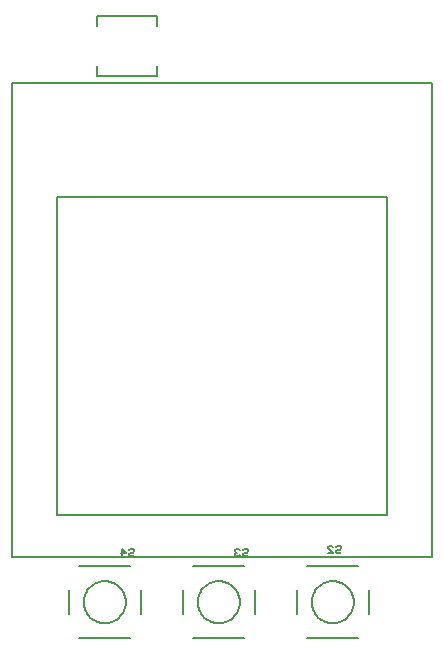
<source format=gbo>
G75*
G70*
%OFA0B0*%
%FSLAX24Y24*%
%IPPOS*%
%LPD*%
%AMOC8*
5,1,8,0,0,1.08239X$1,22.5*
%
%ADD10C,0.0080*%
%ADD11C,0.0060*%
%ADD12C,0.0050*%
D10*
X008056Y010058D02*
X009756Y010058D01*
X010106Y010858D02*
X010106Y011662D01*
X009756Y012458D02*
X008056Y012458D01*
X007706Y011651D02*
X007706Y010858D01*
X008206Y011258D02*
X008208Y011310D01*
X008214Y011362D01*
X008224Y011414D01*
X008237Y011464D01*
X008254Y011514D01*
X008275Y011562D01*
X008300Y011608D01*
X008328Y011652D01*
X008359Y011694D01*
X008393Y011734D01*
X008430Y011771D01*
X008470Y011805D01*
X008512Y011836D01*
X008556Y011864D01*
X008602Y011889D01*
X008650Y011910D01*
X008700Y011927D01*
X008750Y011940D01*
X008802Y011950D01*
X008854Y011956D01*
X008906Y011958D01*
X008958Y011956D01*
X009010Y011950D01*
X009062Y011940D01*
X009112Y011927D01*
X009162Y011910D01*
X009210Y011889D01*
X009256Y011864D01*
X009300Y011836D01*
X009342Y011805D01*
X009382Y011771D01*
X009419Y011734D01*
X009453Y011694D01*
X009484Y011652D01*
X009512Y011608D01*
X009537Y011562D01*
X009558Y011514D01*
X009575Y011464D01*
X009588Y011414D01*
X009598Y011362D01*
X009604Y011310D01*
X009606Y011258D01*
X009604Y011206D01*
X009598Y011154D01*
X009588Y011102D01*
X009575Y011052D01*
X009558Y011002D01*
X009537Y010954D01*
X009512Y010908D01*
X009484Y010864D01*
X009453Y010822D01*
X009419Y010782D01*
X009382Y010745D01*
X009342Y010711D01*
X009300Y010680D01*
X009256Y010652D01*
X009210Y010627D01*
X009162Y010606D01*
X009112Y010589D01*
X009062Y010576D01*
X009010Y010566D01*
X008958Y010560D01*
X008906Y010558D01*
X008854Y010560D01*
X008802Y010566D01*
X008750Y010576D01*
X008700Y010589D01*
X008650Y010606D01*
X008602Y010627D01*
X008556Y010652D01*
X008512Y010680D01*
X008470Y010711D01*
X008430Y010745D01*
X008393Y010782D01*
X008359Y010822D01*
X008328Y010864D01*
X008300Y010908D01*
X008275Y010954D01*
X008254Y011002D01*
X008237Y011052D01*
X008224Y011102D01*
X008214Y011154D01*
X008208Y011206D01*
X008206Y011258D01*
X007306Y014158D02*
X018306Y014158D01*
X018306Y024758D01*
X008706Y024758D01*
X007306Y024758D01*
X007306Y014158D01*
X005806Y012758D02*
X019806Y012758D01*
X019806Y028558D01*
X005806Y028558D01*
X005806Y012758D01*
X011506Y011651D02*
X011506Y010858D01*
X011856Y010058D02*
X013556Y010058D01*
X013906Y010858D02*
X013906Y011662D01*
X013556Y012458D02*
X011856Y012458D01*
X012006Y011258D02*
X012008Y011310D01*
X012014Y011362D01*
X012024Y011414D01*
X012037Y011464D01*
X012054Y011514D01*
X012075Y011562D01*
X012100Y011608D01*
X012128Y011652D01*
X012159Y011694D01*
X012193Y011734D01*
X012230Y011771D01*
X012270Y011805D01*
X012312Y011836D01*
X012356Y011864D01*
X012402Y011889D01*
X012450Y011910D01*
X012500Y011927D01*
X012550Y011940D01*
X012602Y011950D01*
X012654Y011956D01*
X012706Y011958D01*
X012758Y011956D01*
X012810Y011950D01*
X012862Y011940D01*
X012912Y011927D01*
X012962Y011910D01*
X013010Y011889D01*
X013056Y011864D01*
X013100Y011836D01*
X013142Y011805D01*
X013182Y011771D01*
X013219Y011734D01*
X013253Y011694D01*
X013284Y011652D01*
X013312Y011608D01*
X013337Y011562D01*
X013358Y011514D01*
X013375Y011464D01*
X013388Y011414D01*
X013398Y011362D01*
X013404Y011310D01*
X013406Y011258D01*
X013404Y011206D01*
X013398Y011154D01*
X013388Y011102D01*
X013375Y011052D01*
X013358Y011002D01*
X013337Y010954D01*
X013312Y010908D01*
X013284Y010864D01*
X013253Y010822D01*
X013219Y010782D01*
X013182Y010745D01*
X013142Y010711D01*
X013100Y010680D01*
X013056Y010652D01*
X013010Y010627D01*
X012962Y010606D01*
X012912Y010589D01*
X012862Y010576D01*
X012810Y010566D01*
X012758Y010560D01*
X012706Y010558D01*
X012654Y010560D01*
X012602Y010566D01*
X012550Y010576D01*
X012500Y010589D01*
X012450Y010606D01*
X012402Y010627D01*
X012356Y010652D01*
X012312Y010680D01*
X012270Y010711D01*
X012230Y010745D01*
X012193Y010782D01*
X012159Y010822D01*
X012128Y010864D01*
X012100Y010908D01*
X012075Y010954D01*
X012054Y011002D01*
X012037Y011052D01*
X012024Y011102D01*
X012014Y011154D01*
X012008Y011206D01*
X012006Y011258D01*
X015306Y011651D02*
X015306Y010858D01*
X015656Y010058D02*
X017356Y010058D01*
X017706Y010858D02*
X017706Y011662D01*
X017356Y012458D02*
X015656Y012458D01*
X015806Y011258D02*
X015808Y011310D01*
X015814Y011362D01*
X015824Y011414D01*
X015837Y011464D01*
X015854Y011514D01*
X015875Y011562D01*
X015900Y011608D01*
X015928Y011652D01*
X015959Y011694D01*
X015993Y011734D01*
X016030Y011771D01*
X016070Y011805D01*
X016112Y011836D01*
X016156Y011864D01*
X016202Y011889D01*
X016250Y011910D01*
X016300Y011927D01*
X016350Y011940D01*
X016402Y011950D01*
X016454Y011956D01*
X016506Y011958D01*
X016558Y011956D01*
X016610Y011950D01*
X016662Y011940D01*
X016712Y011927D01*
X016762Y011910D01*
X016810Y011889D01*
X016856Y011864D01*
X016900Y011836D01*
X016942Y011805D01*
X016982Y011771D01*
X017019Y011734D01*
X017053Y011694D01*
X017084Y011652D01*
X017112Y011608D01*
X017137Y011562D01*
X017158Y011514D01*
X017175Y011464D01*
X017188Y011414D01*
X017198Y011362D01*
X017204Y011310D01*
X017206Y011258D01*
X017204Y011206D01*
X017198Y011154D01*
X017188Y011102D01*
X017175Y011052D01*
X017158Y011002D01*
X017137Y010954D01*
X017112Y010908D01*
X017084Y010864D01*
X017053Y010822D01*
X017019Y010782D01*
X016982Y010745D01*
X016942Y010711D01*
X016900Y010680D01*
X016856Y010652D01*
X016810Y010627D01*
X016762Y010606D01*
X016712Y010589D01*
X016662Y010576D01*
X016610Y010566D01*
X016558Y010560D01*
X016506Y010558D01*
X016454Y010560D01*
X016402Y010566D01*
X016350Y010576D01*
X016300Y010589D01*
X016250Y010606D01*
X016202Y010627D01*
X016156Y010652D01*
X016112Y010680D01*
X016070Y010711D01*
X016030Y010745D01*
X015993Y010782D01*
X015959Y010822D01*
X015928Y010864D01*
X015900Y010908D01*
X015875Y010954D01*
X015854Y011002D01*
X015837Y011052D01*
X015824Y011102D01*
X015814Y011154D01*
X015808Y011206D01*
X015806Y011258D01*
X010656Y028788D02*
X008656Y028788D01*
X008650Y028789D02*
X008650Y029132D01*
X008654Y030474D02*
X008654Y030781D01*
X008656Y030788D02*
X010656Y030788D01*
X010654Y030785D02*
X010654Y030474D01*
X010658Y029140D02*
X010658Y028789D01*
D11*
X009836Y013028D02*
X009876Y012988D01*
X009876Y012948D01*
X009836Y012908D01*
X009755Y012908D01*
X009715Y012868D01*
X009715Y012828D01*
X009755Y012788D01*
X009836Y012788D01*
X009876Y012828D01*
X009836Y013028D02*
X009755Y013028D01*
X009715Y012988D01*
X009599Y012908D02*
X009439Y012908D01*
X009479Y013028D02*
X009599Y012908D01*
X009479Y012788D02*
X009479Y013028D01*
X013239Y012988D02*
X013239Y012948D01*
X013279Y012908D01*
X013239Y012868D01*
X013239Y012828D01*
X013279Y012788D01*
X013359Y012788D01*
X013399Y012828D01*
X013319Y012908D02*
X013279Y012908D01*
X013239Y012988D02*
X013279Y013028D01*
X013359Y013028D01*
X013399Y012988D01*
X013515Y012988D02*
X013555Y013028D01*
X013636Y013028D01*
X013676Y012988D01*
X013676Y012948D01*
X013636Y012908D01*
X013555Y012908D01*
X013515Y012868D01*
X013515Y012828D01*
X013555Y012788D01*
X013636Y012788D01*
X013676Y012828D01*
X016339Y012888D02*
X016499Y012888D01*
X016339Y013048D01*
X016339Y013088D01*
X016379Y013128D01*
X016459Y013128D01*
X016499Y013088D01*
X016615Y013088D02*
X016655Y013128D01*
X016736Y013128D01*
X016776Y013088D01*
X016776Y013048D01*
X016736Y013008D01*
X016655Y013008D01*
X016615Y012968D01*
X016615Y012928D01*
X016655Y012888D01*
X016736Y012888D01*
X016776Y012928D01*
D12*
X008806Y024758D02*
X008706Y024758D01*
M02*

</source>
